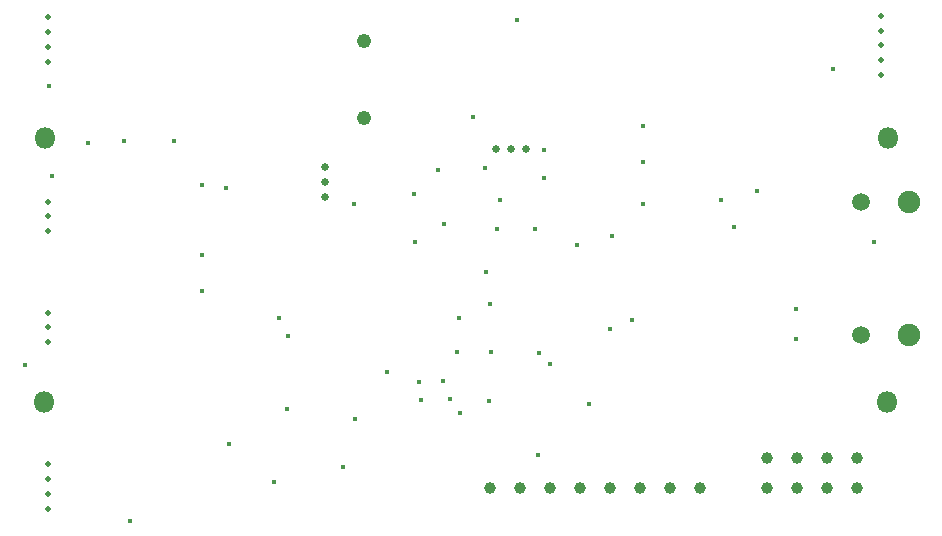
<source format=gbr>
%TF.GenerationSoftware,KiCad,Pcbnew,7.0.8*%
%TF.CreationDate,2023-10-16T09:35:02+02:00*%
%TF.ProjectId,Suspension_telemetry,53757370-656e-4736-996f-6e5f74656c65,rev?*%
%TF.SameCoordinates,Original*%
%TF.FileFunction,Plated,1,2,PTH,Mixed*%
%TF.FilePolarity,Positive*%
%FSLAX46Y46*%
G04 Gerber Fmt 4.6, Leading zero omitted, Abs format (unit mm)*
G04 Created by KiCad (PCBNEW 7.0.8) date 2023-10-16 09:35:02*
%MOMM*%
%LPD*%
G01*
G04 APERTURE LIST*
%TA.AperFunction,ViaDrill*%
%ADD10C,0.400000*%
%TD*%
%TA.AperFunction,ComponentDrill*%
%ADD11C,0.500000*%
%TD*%
%TA.AperFunction,ComponentDrill*%
%ADD12C,0.650000*%
%TD*%
%TA.AperFunction,ComponentDrill*%
%ADD13C,1.000000*%
%TD*%
%TA.AperFunction,ComponentDrill*%
%ADD14C,1.240000*%
%TD*%
%TA.AperFunction,ComponentDrill*%
%ADD15C,1.520000*%
%TD*%
G04 aperture for slot hole*
%TA.AperFunction,ComponentDrill*%
%ADD16O,1.800000X1.800000*%
%TD*%
%TA.AperFunction,ComponentDrill*%
%ADD17C,1.900000*%
%TD*%
G04 APERTURE END LIST*
D10*
X70590023Y-108182023D03*
X72644000Y-84582000D03*
X72898000Y-92202000D03*
X75946000Y-89408000D03*
X78994000Y-89281000D03*
X79502000Y-121412000D03*
X83185000Y-89281000D03*
X85598000Y-92964000D03*
X85598000Y-98933000D03*
X85598000Y-101981000D03*
X87630000Y-93218000D03*
X87858600Y-114871000D03*
X91694000Y-118110000D03*
X92075000Y-104216200D03*
X92760800Y-111937800D03*
X92837000Y-105760700D03*
X97510600Y-116814600D03*
X98425000Y-94614200D03*
X98552000Y-112776000D03*
X101219000Y-108828500D03*
X103505000Y-93726000D03*
X103632000Y-97790000D03*
X103936800Y-109626400D03*
X104114600Y-111150400D03*
X105537000Y-91694000D03*
X106007500Y-109601000D03*
X106121500Y-96266000D03*
X106603800Y-111125000D03*
X107204797Y-107153997D03*
X107309700Y-104212000D03*
X107442000Y-112268000D03*
X108559600Y-87179500D03*
X109550200Y-91516200D03*
X109673800Y-100336000D03*
X109891900Y-111269400D03*
X110008000Y-103077800D03*
X110059449Y-107125000D03*
X110576300Y-96671700D03*
X110794800Y-94284800D03*
X112268000Y-78994000D03*
X113759600Y-96739200D03*
X114046000Y-115824000D03*
X114151600Y-107173400D03*
X114517300Y-90019800D03*
X114528900Y-92400000D03*
X115065500Y-108137400D03*
X117348000Y-98044000D03*
X118364000Y-111506000D03*
X120142000Y-105156000D03*
X120314900Y-97282000D03*
X122036000Y-104394000D03*
X122936000Y-88011000D03*
X122936000Y-91059000D03*
X122936000Y-94616600D03*
X129540000Y-94234000D03*
X130643500Y-96515700D03*
X132540300Y-93472000D03*
X135890000Y-103505000D03*
X135890000Y-106045000D03*
X138991100Y-83175100D03*
X142494000Y-97790000D03*
D11*
%TO.C,J9*%
X72566000Y-78777200D03*
X72566000Y-80027200D03*
X72566000Y-81277200D03*
X72566000Y-82527200D03*
%TO.C,J11*%
X72566000Y-94388200D03*
X72566000Y-95638200D03*
X72566000Y-96888200D03*
%TO.C,J8*%
X72566000Y-103786200D03*
X72566000Y-105036200D03*
X72566000Y-106286200D03*
%TO.C,J12*%
X72566000Y-116623200D03*
X72566000Y-117873200D03*
X72566000Y-119123200D03*
X72566000Y-120373200D03*
%TO.C,J7*%
X143080000Y-78645700D03*
X143080000Y-79895700D03*
X143080000Y-81145700D03*
X143080000Y-82395700D03*
X143080000Y-83645700D03*
D12*
%TO.C,J2*%
X96012000Y-91440000D03*
X96012000Y-92710000D03*
X96012000Y-93980000D03*
%TO.C,J10*%
X110490000Y-89916000D03*
X111760000Y-89916000D03*
X113030000Y-89916000D03*
D13*
%TO.C,J6*%
X109982000Y-118618000D03*
X112522000Y-118618000D03*
X115062000Y-118618000D03*
X117602000Y-118618000D03*
X120142000Y-118618000D03*
X122682000Y-118618000D03*
X125222000Y-118618000D03*
X127762000Y-118618000D03*
%TO.C,J4*%
X133461600Y-116058000D03*
X133461600Y-118598000D03*
X136001600Y-116058000D03*
X136001600Y-118598000D03*
X138541600Y-116058000D03*
X138541600Y-118598000D03*
X141081600Y-116058000D03*
X141081600Y-118598000D03*
D14*
%TO.C,S1*%
X99314000Y-80824000D03*
X99314000Y-87324000D03*
D15*
%TO.C,J1*%
X141422000Y-94456000D03*
X141422000Y-105696000D03*
D16*
%TO.C,BT1*%
X72197000Y-111324000D03*
%TO.C,BT2*%
X72301000Y-88972000D03*
%TO.C,BT1*%
X143597000Y-111324000D03*
%TO.C,BT2*%
X143701000Y-88972000D03*
D17*
%TO.C,J1*%
X145422000Y-94456000D03*
X145422000Y-105696000D03*
M02*

</source>
